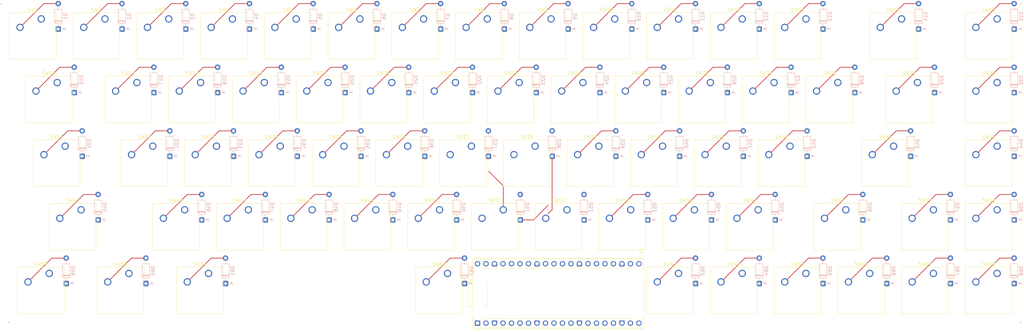
<source format=kicad_pcb>
(kicad_pcb (version 20241229) (generator "pcbnew") (generator_version "9.0")
  (layers (0 "F.Cu" signal) (2 "B.Cu" signal) (13 "F.Paste" user) (15 "B.Paste" user) (5 "F.SilkS" user "F.Silkscreen") (7 "B.SilkS" user "B.Silkscreen") (1 "F.Mask" user) (3 "B.Mask" user) (25 "Edge.Cuts" user))
  (net 0 "")
  (net 1 "C11")
  (net 3 "C14")
  (net 5 "C7")
  (net 6 "C9")
  (net 7 "C12")
  (net 8 "C4")
  (net 9 "r3")
  (net 10 "Net-(A1-GND-Pad13)")
  (net 11 "C8")
  (net 12 "C1")
  (net 14 "C13")
  (net 15 "C15")
  (net 16 "r2")
  (net 17 "C3")
  (net 18 "C6")
  (net 22 "C10")
  (net 23 "r4")
  (net 25 "C2")
  (net 29 "C5")
  (net 31 "r5")
  (net 33 "r1")
  (net 35 "Net-(D1-A)")
  (net 36 "Net-(D2-A)")
  (net 37 "Net-(D3-A)")
  (net 38 "Net-(D4-A)")
  (net 39 "Net-(D5-A)")
  (net 40 "Net-(D6-A)")
  (net 41 "Net-(D7-A)")
  (net 42 "Net-(D8-A)")
  (net 43 "Net-(D9-A)")
  (net 44 "Net-(D10-A)")
  (net 45 "Net-(D11-A)")
  (net 46 "Net-(D12-A)")
  (net 47 "Net-(D13-A)")
  (net 48 "Net-(D14-A)")
  (net 49 "Net-(D15-A)")
  (net 50 "Net-(D16-A)")
  (net 51 "Net-(D17-A)")
  (net 52 "Net-(D18-A)")
  (net 53 "Net-(D19-A)")
  (net 54 "Net-(D20-A)")
  (net 55 "Net-(D21-A)")
  (net 56 "Net-(D22-A)")
  (net 57 "Net-(D23-A)")
  (net 58 "Net-(D24-A)")
  (net 59 "Net-(D25-A)")
  (net 60 "Net-(D26-A)")
  (net 61 "Net-(D27-A)")
  (net 62 "Net-(D28-A)")
  (net 63 "Net-(D29-A)")
  (net 64 "Net-(D30-A)")
  (net 65 "Net-(D31-A)")
  (net 66 "Net-(D32-A)")
  (net 67 "Net-(D33-A)")
  (net 68 "Net-(D34-A)")
  (net 69 "Net-(D35-A)")
  (net 70 "Net-(D36-A)")
  (net 71 "Net-(D37-A)")
  (net 72 "Net-(D38-A)")
  (net 73 "Net-(D39-A)")
  (net 74 "Net-(D40-A)")
  (net 75 "Net-(D41-A)")
  (net 76 "Net-(D42-A)")
  (net 77 "Net-(D43-A)")
  (net 78 "Net-(D44-A)")
  (net 79 "Net-(D45-A)")
  (net 80 "Net-(D46-A)")
  (net 81 "Net-(D47-A)")
  (net 82 "Net-(D48-A)")
  (net 83 "Net-(D49-A)")
  (net 84 "Net-(D50-A)")
  (net 85 "Net-(D51-A)")
  (net 86 "Net-(D52-A)")
  (net 87 "Net-(D53-A)")
  (net 88 "Net-(D54-A)")
  (net 89 "Net-(D55-A)")
  (net 90 "Net-(D56-A)")
  (net 91 "Net-(D57-A)")
  (net 92 "Net-(D58-A)")
  (net 93 "Net-(D59-A)")
  (net 94 "Net-(D60-A)")
  (net 95 "Net-(D61-A)")
  (net 96 "Net-(D62-A)")
  (net 97 "Net-(D63-A)")
  (net 98 "Net-(D64-A)")
  (net 99 "Net-(D65-A)")
  (net 100 "Net-(D66-A)")
  (net 101 "Net-(D67-A)")
  (net 102 "Net-(D68-A)")
  (footprint "Button_Switch_Keyboard:SW_Cherry_MX_1.00u_PCB" (layer "F.Cu") (at 342.92 105.9)
    (property "Reference" "SW58")
    (property "Value" "SW_Push")
  )
  (footprint "Button_Switch_Keyboard:SW_Cherry_MX_1.00u_PCB" (layer "F.Cu") (at 271.4825 105.9)
    (property "Reference" "SW55")
    (property "Value" "SW_Push")
  )
  (footprint "Button_Switch_Keyboard:SW_Cherry_MX_1.00u_PCB" (layer "F.Cu") (at 342.92 86.85)
    (property "Reference" "SW44")
    (property "Value" "SW_Push")
  )
  (footprint "Button_Switch_Keyboard:SW_Cherry_MX_1.00u_PCB" (layer "F.Cu") (at 142.895 67.8)
    (property "Reference" "SW20")
    (property "Value" "SW_Push")
  )
  (footprint "Button_Switch_Keyboard:SW_Cherry_MX_1.00u_PCB" (layer "F.Cu") (at 228.62 48.75)
    (property "Reference" "SW10")
    (property "Value" "SW_Push")
  )
  (footprint "Button_Switch_Keyboard:SW_Cherry_MX_1.00u_PCB" (layer "F.Cu") (at 285.77 124.95)
    (property "Reference" "SW65")
    (property "Value" "SW_Push")
  )
  (footprint "Button_Switch_Keyboard:SW_Cherry_MX_1.00u_PCB" (layer "F.Cu") (at 297.67625 105.9)
    (property "Reference" "SW56")
    (property "Value" "SW_Push")
  )
  (footprint "Button_Switch_Keyboard:SW_Cherry_MX_1.00u_PCB" (layer "F.Cu") (at 323.87 124.95)
    (property "Reference" "SW67")
    (property "Value" "SW_Push")
  )
  (footprint "Button_Switch_Keyboard:SW_Cherry_MX_1.00u_PCB" (layer "F.Cu") (at 147.6575 86.85)
    (property "Reference" "SW35")
    (property "Value" "SW_Push")
  )
  (footprint "Button_Switch_Keyboard:SW_Cherry_MX_1.00u_PCB" (layer "F.Cu") (at 69.07625 105.9)
    (property "Reference" "SW45")
    (property "Value" "SW_Push")
  )
  (footprint "Button_Switch_Keyboard:SW_Cherry_MX_1.00u_PCB" (layer "F.Cu") (at 57.17 48.75)
    (property "Reference" "SW1")
    (property "Value" "SW_Push")
  )
  (footprint "Button_Switch_Keyboard:SW_Cherry_MX_1.00u_PCB" (layer "F.Cu") (at 190.52 48.75)
    (property "Reference" "SW8")
    (property "Value" "SW_Push")
  )
  (footprint "Button_Switch_Keyboard:SW_Cherry_MX_1.00u_PCB" (layer "F.Cu") (at 342.92 124.95)
    (property "Reference" "SW68")
    (property "Value" "SW_Push")
  )
  (footprint "Button_Switch_Keyboard:SW_Cherry_MX_1.00u_PCB" (layer "F.Cu") (at 107.17625 124.95)
    (property "Reference" "SW61")
    (property "Value" "SW_Push")
  )
  (footprint "Button_Switch_Keyboard:SW_Cherry_MX_1.00u_PCB" (layer "F.Cu") (at 180.995 67.8)
    (property "Reference" "SW22")
    (property "Value" "SW_Push")
  )
  (footprint "Button_Switch_Keyboard:SW_Cherry_MX_1.00u_PCB" (layer "F.Cu") (at 85.745 67.8)
    (property "Reference" "SW17")
    (property "Value" "SW_Push")
  )
  (footprint "Button_Switch_Keyboard:SW_Cherry_MX_1.00u_PCB" (layer "F.Cu") (at 95.27 48.75)
    (property "Reference" "SW3")
    (property "Value" "SW_Push")
  )
  (footprint "Button_Switch_Keyboard:SW_Cherry_MX_1.00u_PCB" (layer "F.Cu") (at 157.1825 105.9)
    (property "Reference" "SW49")
    (property "Value" "SW_Push")
  )
  (footprint "Button_Switch_Keyboard:SW_Cherry_MX_1.00u_PCB" (layer "F.Cu") (at 123.845 67.8)
    (property "Reference" "SW19")
    (property "Value" "SW_Push")
  )
  (footprint "Button_Switch_Keyboard:SW_Cherry_MX_1.00u_PCB" (layer "F.Cu") (at 281.0075 86.85)
    (property "Reference" "SW42")
    (property "Value" "SW_Push")
  )
  (footprint "Button_Switch_Keyboard:SW_Cherry_MX_1.00u_PCB" (layer "F.Cu") (at 133.37 48.75)
    (property "Reference" "SW5")
    (property "Value" "SW_Push")
  )
  (footprint "Button_Switch_Keyboard:SW_Cherry_MX_1.00u_PCB" (layer "F.Cu") (at 242.9075 86.85)
    (property "Reference" "SW40")
    (property "Value" "SW_Push")
  )
  (footprint "Button_Switch_Keyboard:SW_Cherry_MX_1.00u_PCB" (layer "F.Cu") (at 64.31375 86.85)
    (property "Reference" "SW31")
    (property "Value" "SW_Push")
  )
  (footprint "Button_Switch_Keyboard:SW_Cherry_MX_1.00u_PCB" (layer "F.Cu") (at 314.345 48.75)
    (property "Reference" "SW14")
    (property "Value" "SW_Push")
  )
  (footprint "Button_Switch_Keyboard:SW_Cherry_MX_1.00u_PCB" (layer "F.Cu") (at 166.7075 86.85)
    (property "Reference" "SW36")
    (property "Value" "SW_Push")
  )
  (footprint "Button_Switch_Keyboard:SW_Cherry_MX_1.00u_PCB" (layer "F.Cu") (at 295.295 67.8)
    (property "Reference" "SW28")
    (property "Value" "SW_Push")
  )
  (footprint "Button_Switch_Keyboard:SW_Cherry_MX_1.00u_PCB" (layer "F.Cu") (at 171.47 48.75)
    (property "Reference" "SW7")
    (property "Value" "SW_Push")
  )
  (footprint "Button_Switch_Keyboard:SW_Cherry_MX_1.00u_PCB" (layer "F.Cu") (at 261.9575 86.85)
    (property "Reference" "SW41")
    (property "Value" "SW_Push")
  )
  (footprint "Button_Switch_Keyboard:SW_Cherry_MX_1.00u_PCB" (layer "F.Cu") (at 342.92 48.75)
    (property "Reference" "SW15")
    (property "Value" "SW_Push")
  )
  (footprint "Button_Switch_Keyboard:SW_Cherry_MX_1.00u_PCB" (layer "F.Cu") (at 83.36375 124.95)
    (property "Reference" "SW60")
    (property "Value" "SW_Push")
  )
  (footprint "Button_Switch_Keyboard:SW_Cherry_MX_1.00u_PCB" (layer "F.Cu") (at 257.195 67.8)
    (property "Reference" "SW26")
    (property "Value" "SW_Push")
  )
  (footprint "Button_Switch_Keyboard:SW_Cherry_MX_1.00u_PCB" (layer "F.Cu") (at 114.32 48.75)
    (property "Reference" "SW4")
    (property "Value" "SW_Push")
  )
  (footprint "Button_Switch_Keyboard:SW_Cherry_MX_1.00u_PCB" (layer "F.Cu") (at 61.9325 67.8)
    (property "Reference" "SW16")
    (property "Value" "SW_Push")
  )
  (footprint "Button_Switch_Keyboard:SW_Cherry_MX_1.00u_PCB" (layer "F.Cu") (at 200.045 67.8)
    (property "Reference" "SW23")
    (property "Value" "SW_Push")
  )
  (footprint "Button_Switch_Keyboard:SW_Cherry_MX_1.00u_PCB" (layer "F.Cu") (at 311.96375 86.85)
    (property "Reference" "SW43")
    (property "Value" "SW_Push")
  )
  (footprint "Button_Switch_Keyboard:SW_Cherry_MX_1.00u_PCB" (layer "F.Cu") (at 223.8575 86.85)
    (property "Reference" "SW39")
    (property "Value" "SW_Push")
  )
  (footprint "Button_Switch_Keyboard:SW_Cherry_MX_1.00u_PCB" (layer "F.Cu") (at 266.72 48.75)
    (property "Reference" "SW12")
    (property "Value" "SW_Push")
  )
  (footprint "Button_Switch_Keyboard:SW_Cherry_MX_1.00u_PCB" (layer "F.Cu") (at 266.72 124.95)
    (property "Reference" "SW64")
    (property "Value" "SW_Push")
  )
  (footprint "Button_Switch_Keyboard:SW_Cherry_MX_1.00u_PCB" (layer "F.Cu") (at 128.6075 86.85)
    (property "Reference" "SW34")
    (property "Value" "SW_Push")
  )
  (footprint "Button_Switch_Keyboard:SW_Cherry_MX_1.00u_PCB" (layer "F.Cu") (at 304.82 124.95)
    (property "Reference" "SW66")
    (property "Value" "SW_Push")
  )
  (footprint "Button_Switch_Keyboard:SW_Cherry_MX_1.00u_PCB" (layer "F.Cu") (at 59.55125 124.95)
    (property "Reference" "SW59")
    (property "Value" "SW_Push")
  )
  (footprint "Button_Switch_Keyboard:SW_Cherry_MX_1.00u_PCB" (layer "F.Cu") (at 319.1075 67.8)
    (property "Reference" "SW29")
    (property "Value" "SW_Push")
  )
  (footprint "Button_Switch_Keyboard:SW_Cherry_MX_1.00u_PCB" (layer "F.Cu") (at 219.095 67.8)
    (property "Reference" "SW24")
    (property "Value" "SW_Push")
  )
  (footprint "Button_Switch_Keyboard:SW_Cherry_MX_1.00u_PCB" (layer "F.Cu") (at 342.92 67.8)
    (property "Reference" "SW30")
    (property "Value" "SW_Push")
  )
  (footprint "Module:RaspberryPi_Pico_Common_THT" (layer "F.Cu") (at 187.58 139.83 90)
    (property "Reference" "A1")
    (property "Value" "RaspberryPi_Pico")
  )
  (footprint "Button_Switch_Keyboard:SW_Cherry_MX_1.00u_PCB" (layer "F.Cu") (at 204.8075 86.85)
    (property "Reference" "SW38")
    (property "Value" "SW_Push")
  )
  (footprint "Button_Switch_Keyboard:SW_Cherry_MX_1.00u_PCB" (layer "F.Cu") (at 323.87 105.9)
    (property "Reference" "SW57")
    (property "Value" "SW_Push")
  )
  (footprint "Button_Switch_Keyboard:SW_Cherry_MX_1.00u_PCB" (layer "F.Cu") (at 90.5075 86.85)
    (property "Reference" "SW32")
    (property "Value" "SW_Push")
  )
  (footprint "Button_Switch_Keyboard:SW_Cherry_MX_1.00u_PCB" (layer "F.Cu") (at 209.57 48.75)
    (property "Reference" "SW9")
    (property "Value" "SW_Push")
  )
  (footprint "Button_Switch_Keyboard:SW_Cherry_MX_1.00u_PCB" (layer "F.Cu") (at 76.22 48.75)
    (property "Reference" "SW2")
    (property "Value" "SW_Push")
  )
  (footprint "Button_Switch_Keyboard:SW_Cherry_MX_1.00u_PCB" (layer "F.Cu") (at 185.7575 86.85)
    (property "Reference" "SW37")
    (property "Value" "SW_Push")
  )
  (footprint "Button_Switch_Keyboard:SW_Cherry_MX_1.00u_PCB" (layer "F.Cu") (at 100.0325 105.9)
    (property "Reference" "SW46")
    (property "Value" "SW_Push")
  )
  (footprint "Button_Switch_Keyboard:SW_Cherry_MX_1.00u_PCB" (layer "F.Cu") (at 119.0825 105.9)
    (property "Reference" "SW47")
    (property "Value" "SW_Push")
  )
  (footprint "Button_Switch_Keyboard:SW_Cherry_MX_1.00u_PCB" (layer "F.Cu") (at 238.145 67.8)
    (property "Reference" "SW25")
    (property "Value" "SW_Push")
  )
  (footprint "Button_Switch_Keyboard:SW_Cherry_MX_1.00u_PCB" (layer "F.Cu") (at 152.42 48.75)
    (property "Reference" "SW6")
    (property "Value" "SW_Push")
  )
  (footprint "Button_Switch_Keyboard:SW_Cherry_MX_1.00u_PCB" (layer "F.Cu") (at 247.67 124.95)
    (property "Reference" "SW63")
    (property "Value" "SW_Push")
  )
  (footprint "Button_Switch_Keyboard:SW_Cherry_MX_1.00u_PCB" (layer "F.Cu") (at 138.1325 105.9)
    (property "Reference" "SW48")
    (property "Value" "SW_Push")
  )
  (footprint "Button_Switch_Keyboard:SW_Cherry_MX_1.00u_PCB" (layer "F.Cu") (at 195.2825 105.9)
    (property "Reference" "SW51")
    (property "Value" "SW_Push")
  )
  (footprint "Button_Switch_Keyboard:SW_Cherry_MX_1.00u_PCB" (layer "F.Cu") (at 233.3825 105.9)
    (property "Reference" "SW53")
    (property "Value" "SW_Push")
  )
  (footprint "Button_Switch_Keyboard:SW_Cherry_MX_1.00u_PCB" (layer "F.Cu") (at 276.245 67.8)
    (property "Reference" "SW27")
    (property "Value" "SW_Push")
  )
  (footprint "Button_Switch_Keyboard:SW_Cherry_MX_1.00u_PCB" (layer "F.Cu") (at 178.61375 124.95)
    (property "Reference" "SW62")
    (property "Value" "SW_Push")
  )
  (footprint "Button_Switch_Keyboard:SW_Cherry_MX_1.00u_PCB" (layer "F.Cu") (at 176.2325 105.9)
    (property "Reference" "SW50")
    (property "Value" "SW_Push")
  )
  (footprint "Button_Switch_Keyboard:SW_Cherry_MX_1.00u_PCB" (layer "F.Cu") (at 214.3325 105.9)
    (property "Reference" "SW52")
    (property "Value" "SW_Push")
  )
  (footprint "Button_Switch_Keyboard:SW_Cherry_MX_1.00u_PCB" (layer "F.Cu") (at 161.945 67.8)
    (property "Reference" "SW21")
    (property "Value" "SW_Push")
  )
  (footprint "Button_Switch_Keyboard:SW_Cherry_MX_1.00u_PCB" (layer "F.Cu") (at 285.77 48.75)
    (property "Reference" "SW13")
    (property "Value" "SW_Push")
  )
  (footprint "Button_Switch_Keyboard:SW_Cherry_MX_1.00u_PCB" (layer "F.Cu") (at 247.67 48.75)
    (property "Reference" "SW11")
    (property "Value" "SW_Push")
  )
  (footprint "Button_Switch_Keyboard:SW_Cherry_MX_1.00u_PCB" (layer "F.Cu") (at 252.4325 105.9)
    (property "Reference" "SW54")
    (property "Value" "SW_Push")
  )
  (footprint "Button_Switch_Keyboard:SW_Cherry_MX_1.00u_PCB" (layer "F.Cu") (at 109.5575 86.85)
    (property "Reference" "SW33")
    (property "Value" "SW_Push")
  )
  (footprint "Button_Switch_Keyboard:SW_Cherry_MX_1.00u_PCB" (layer "F.Cu") (at 104.795 67.8)
    (property "Reference" "SW18")
    (property "Value" "SW_Push")
  )
  (footprint "Diode_THT:D_DO-35_SOD27_P7.62mm_Horizontal" (layer "B.Cu") (at 109.875 70.83 90)
    (property "Reference" "D18")
    (property "Value" "1N4148")
  )
  (footprint "Diode_THT:D_DO-35_SOD27_P7.62mm_Horizontal" (layer "B.Cu") (at 348 108.93 90)
    (property "Reference" "D58")
    (property "Value" "1N4148")
  )
  (footprint "Diode_THT:D_DO-35_SOD27_P7.62mm_Horizontal" (layer "B.Cu") (at 233.7 51.78 90)
    (property "Reference" "D10")
    (property "Value" "1N4148")
  )
  (footprint "Diode_THT:D_DO-35_SOD27_P7.62mm_Horizontal" (layer "B.Cu") (at 348 127.98 90)
    (property "Reference" "D68")
    (property "Value" "1N4148")
  )
  (footprint "Diode_THT:D_DO-35_SOD27_P7.62mm_Horizontal" (layer "B.Cu") (at 88.44375 127.98 90)
    (property "Reference" "D60")
    (property "Value" "1N4148")
  )
  (footprint "Diode_THT:D_DO-35_SOD27_P7.62mm_Horizontal" (layer "B.Cu") (at 171.7875 89.88 90)
    (property "Reference" "D36")
    (property "Value" "1N4148")
  )
  (footprint "Diode_THT:D_DO-35_SOD27_P7.62mm_Horizontal" (layer "B.Cu") (at 290.85 127.98 90)
    (property "Reference" "D65")
    (property "Value" "1N4148")
  )
  (footprint "Diode_THT:D_DO-35_SOD27_P7.62mm_Horizontal" (layer "B.Cu") (at 67.0125 70.83 90)
    (property "Reference" "D16")
    (property "Value" "1N4148")
  )
  (footprint "Diode_THT:D_DO-35_SOD27_P7.62mm_Horizontal" (layer "B.Cu") (at 228.9375 89.88 90)
    (property "Reference" "D39")
    (property "Value" "1N4148")
  )
  (footprint "Diode_THT:D_DO-35_SOD27_P7.62mm_Horizontal" (layer "B.Cu") (at 186.075 70.83 90)
    (property "Reference" "D22")
    (property "Value" "1N4148")
  )
  (footprint "Diode_THT:D_DO-35_SOD27_P7.62mm_Horizontal" (layer "B.Cu") (at 257.5125 108.93 90)
    (property "Reference" "D54")
    (property "Value" "1N4148")
  )
  (footprint "Diode_THT:D_DO-35_SOD27_P7.62mm_Horizontal" (layer "B.Cu") (at 64.63125 127.98 90)
    (property "Reference" "D59")
    (property "Value" "1N4148")
  )
  (footprint "Diode_THT:D_DO-35_SOD27_P7.62mm_Horizontal" (layer "B.Cu") (at 62.25 51.78 90)
    (property "Reference" "D1")
    (property "Value" "1N4148")
  )
  (footprint "Diode_THT:D_DO-35_SOD27_P7.62mm_Horizontal" (layer "B.Cu") (at 319.425 51.78 90)
    (property "Reference" "D14")
    (property "Value" "1N4148")
  )
  (footprint "Diode_THT:D_DO-35_SOD27_P7.62mm_Horizontal" (layer "B.Cu") (at 119.4 51.78 90)
    (property "Reference" "D4")
    (property "Value" "1N4148")
  )
  (footprint "Diode_THT:D_DO-35_SOD27_P7.62mm_Horizontal" (layer "B.Cu") (at 69.39375 89.88 90)
    (property "Reference" "D31")
    (property "Value" "1N4148")
  )
  (footprint "Diode_THT:D_DO-35_SOD27_P7.62mm_Horizontal" (layer "B.Cu") (at 348 70.83 90)
    (property "Reference" "D30")
    (property "Value" "1N4148")
  )
  (footprint "Diode_THT:D_DO-35_SOD27_P7.62mm_Horizontal" (layer "B.Cu") (at 128.925 70.83 90)
    (property "Reference" "D19")
    (property "Value" "1N4148")
  )
  (footprint "Diode_THT:D_DO-35_SOD27_P7.62mm_Horizontal" (layer "B.Cu") (at 214.65 51.78 90)
    (property "Reference" "D9")
    (property "Value" "1N4148")
  )
  (footprint "Diode_THT:D_DO-35_SOD27_P7.62mm_Horizontal" (layer "B.Cu") (at 114.6375 89.88 90)
    (property "Reference" "D33")
    (property "Value" "1N4148")
  )
  (footprint "Diode_THT:D_DO-35_SOD27_P7.62mm_Horizontal" (layer "B.Cu") (at 81.3 51.78 90)
    (property "Reference" "D2")
    (property "Value" "1N4148")
  )
  (footprint "Diode_THT:D_DO-35_SOD27_P7.62mm_Horizontal" (layer "B.Cu") (at 95.5875 89.88 90)
    (property "Reference" "D32")
    (property "Value" "1N4148")
  )
  (footprint "Diode_THT:D_DO-35_SOD27_P7.62mm_Horizontal" (layer "B.Cu") (at 124.1625 108.93 90)
    (property "Reference" "D47")
    (property "Value" "1N4148")
  )
  (footprint "Diode_THT:D_DO-35_SOD27_P7.62mm_Horizontal" (layer "B.Cu") (at 290.85 51.78 90)
    (property "Reference" "D13")
    (property "Value" "1N4148")
  )
  (footprint "Diode_THT:D_DO-35_SOD27_P7.62mm_Horizontal" (layer "B.Cu") (at 90.825 70.83 90)
    (property "Reference" "D17")
    (property "Value" "1N4148")
  )
  (footprint "Diode_THT:D_DO-35_SOD27_P7.62mm_Horizontal" (layer "B.Cu") (at 252.75 51.78 90)
    (property "Reference" "D11")
    (property "Value" "1N4148")
  )
  (footprint "Diode_THT:D_DO-35_SOD27_P7.62mm_Horizontal" (layer "B.Cu") (at 309.9 127.98 90)
    (property "Reference" "D66")
    (property "Value" "1N4148")
  )
  (footprint "Diode_THT:D_DO-35_SOD27_P7.62mm_Horizontal" (layer "B.Cu") (at 183.69375 127.98 90)
    (property "Reference" "D62")
    (property "Value" "1N4148")
  )
  (footprint "Diode_THT:D_DO-35_SOD27_P7.62mm_Horizontal" (layer "B.Cu") (at 262.275 70.83 90)
    (property "Reference" "D26")
    (property "Value" "1N4148")
  )
  (footprint "Diode_THT:D_DO-35_SOD27_P7.62mm_Horizontal" (layer "B.Cu") (at 195.6 51.78 90)
    (property "Reference" "D8")
    (property "Value" "1N4148")
  )
  (footprint "Diode_THT:D_DO-35_SOD27_P7.62mm_Horizontal" (layer "B.Cu") (at 181.3125 108.93 90)
    (property "Reference" "D50")
    (property "Value" "1N4148")
  )
  (footprint "Diode_THT:D_DO-35_SOD27_P7.62mm_Horizontal" (layer "B.Cu") (at 348 89.88 90)
    (property "Reference" "D44")
    (property "Value" "1N4148")
  )
  (footprint "Diode_THT:D_DO-35_SOD27_P7.62mm_Horizontal" (layer "B.Cu") (at 300.375 70.83 90)
    (property "Reference" "D28")
    (property "Value" "1N4148")
  )
  (footprint "Diode_THT:D_DO-35_SOD27_P7.62mm_Horizontal" (layer "B.Cu") (at 267.0375 89.88 90)
    (property "Reference" "D41")
    (property "Value" "1N4148")
  )
  (footprint "Diode_THT:D_DO-35_SOD27_P7.62mm_Horizontal" (layer "B.Cu") (at 317.04375 89.88 90)
    (property "Reference" "D43")
    (property "Value" "1N4148")
  )
  (footprint "Diode_THT:D_DO-35_SOD27_P7.62mm_Horizontal" (layer "B.Cu") (at 133.6875 89.88 90)
    (property "Reference" "D34")
    (property "Value" "1N4148")
  )
  (footprint "Diode_THT:D_DO-35_SOD27_P7.62mm_Horizontal" (layer "B.Cu") (at 205.125 70.83 90)
    (property "Reference" "D23")
    (property "Value" "1N4148")
  )
  (footprint "Diode_THT:D_DO-35_SOD27_P7.62mm_Horizontal" (layer "B.Cu") (at 190.8375 89.88 90)
    (property "Reference" "D37")
    (property "Value" "1N4148")
  )
  (footprint "Diode_THT:D_DO-35_SOD27_P7.62mm_Horizontal" (layer "B.Cu") (at 271.8 127.98 90)
    (property "Reference" "D64")
    (property "Value" "1N4148")
  )
  (footprint "Diode_THT:D_DO-35_SOD27_P7.62mm_Horizontal" (layer "B.Cu") (at 176.55 51.78 90)
    (property "Reference" "D7")
    (property "Value" "1N4148")
  )
  (footprint "Diode_THT:D_DO-35_SOD27_P7.62mm_Horizontal" (layer "B.Cu") (at 252.75 127.98 90)
    (property "Reference" "D63")
    (property "Value" "1N4148")
  )
  (footprint "Diode_THT:D_DO-35_SOD27_P7.62mm_Horizontal" (layer "B.Cu") (at 324.1875 70.83 90)
    (property "Reference" "D29")
    (property "Value" "1N4148")
  )
  (footprint "Diode_THT:D_DO-35_SOD27_P7.62mm_Horizontal" (layer "B.Cu") (at 112.25625 127.98 90)
    (property "Reference" "D61")
    (property "Value" "1N4148")
  )
  (footprint "Diode_THT:D_DO-35_SOD27_P7.62mm_Horizontal" (layer "B.Cu") (at 74.15625 108.93 90)
    (property "Reference" "D45")
    (property "Value" "1N4148")
  )
  (footprint "Diode_THT:D_DO-35_SOD27_P7.62mm_Horizontal" (layer "B.Cu") (at 238.4625 108.93 90)
    (property "Reference" "D53")
    (property "Value" "1N4148")
  )
  (footprint "Diode_THT:D_DO-35_SOD27_P7.62mm_Horizontal" (layer "B.Cu") (at 247.9875 89.88 90)
    (property "Reference" "D40")
    (property "Value" "1N4148")
  )
  (footprint "Diode_THT:D_DO-35_SOD27_P7.62mm_Horizontal" (layer "B.Cu") (at 200.3625 108.93 90)
    (property "Reference" "D51")
    (property "Value" "1N4148")
  )
  (footprint "Diode_THT:D_DO-35_SOD27_P7.62mm_Horizontal" (layer "B.Cu") (at 302.75625 108.93 90)
    (property "Reference" "D56")
    (property "Value" "1N4148")
  )
  (footprint "Diode_THT:D_DO-35_SOD27_P7.62mm_Horizontal" (layer "B.Cu") (at 100.35 51.78 90)
    (property "Reference" "D3")
    (property "Value" "1N4148")
  )
  (footprint "Diode_THT:D_DO-35_SOD27_P7.62mm_Horizontal" (layer "B.Cu") (at 348 51.78 90)
    (property "Reference" "D15")
    (property "Value" "1N4148")
  )
  (footprint "Diode_THT:D_DO-35_SOD27_P7.62mm_Horizontal" (layer "B.Cu") (at 105.1125 108.93 90)
    (property "Reference" "D46")
    (property "Value" "1N4148")
  )
  (footprint "Diode_THT:D_DO-35_SOD27_P7.62mm_Horizontal" (layer "B.Cu") (at 328.95 108.93 90)
    (property "Reference" "D57")
    (property "Value" "1N4148")
  )
  (footprint "Diode_THT:D_DO-35_SOD27_P7.62mm_Horizontal" (layer "B.Cu") (at 167.025 70.83 90)
    (property "Reference" "D21")
    (property "Value" "1N4148")
  )
  (footprint "Diode_THT:D_DO-35_SOD27_P7.62mm_Horizontal" (layer "B.Cu") (at 147.975 70.83 90)
    (property "Reference" "D20")
    (property "Value" "1N4148")
  )
  (footprint "Diode_THT:D_DO-35_SOD27_P7.62mm_Horizontal" (layer "B.Cu") (at 157.5 51.78 90)
    (property "Reference" "D6")
    (property "Value" "1N4148")
  )
  (footprint "Diode_THT:D_DO-35_SOD27_P7.62mm_Horizontal" (layer "B.Cu") (at 276.5625 108.93 90)
    (property "Reference" "D55")
    (property "Value" "1N4148")
  )
  (footprint "Diode_THT:D_DO-35_SOD27_P7.62mm_Horizontal" (layer "B.Cu") (at 152.7375 89.88 90)
    (property "Reference" "D35")
    (property "Value" "1N4148")
  )
  (footprint "Diode_THT:D_DO-35_SOD27_P7.62mm_Horizontal" (layer "B.Cu") (at 143.2125 108.93 90)
    (property "Reference" "D48")
    (property "Value" "1N4148")
  )
  (footprint "Diode_THT:D_DO-35_SOD27_P7.62mm_Horizontal" (layer "B.Cu") (at 281.325 70.83 90)
    (property "Reference" "D27")
    (property "Value" "1N4148")
  )
  (footprint "Diode_THT:D_DO-35_SOD27_P7.62mm_Horizontal" (layer "B.Cu") (at 224.175 70.83 90)
    (property "Reference" "D24")
    (property "Value" "1N4148")
  )
  (footprint "Diode_THT:D_DO-35_SOD27_P7.62mm_Horizontal" (layer "B.Cu") (at 243.225 70.83 90)
    (property "Reference" "D25")
    (property "Value" "1N4148")
  )
  (footprint "Diode_THT:D_DO-35_SOD27_P7.62mm_Horizontal" (layer "B.Cu") (at 219.4125 108.93 90)
    (property "Reference" "D52")
    (property "Value" "1N4148")
  )
  (footprint "Diode_THT:D_DO-35_SOD27_P7.62mm_Horizontal" (layer "B.Cu") (at 286.0875 89.88 90)
    (property "Reference" "D42")
    (property "Value" "1N4148")
  )
  (footprint "Diode_THT:D_DO-35_SOD27_P7.62mm_Horizontal" (layer "B.Cu") (at 328.95 127.98 90)
    (property "Reference" "D67")
    (property "Value" "1N4148")
  )
  (footprint "Diode_THT:D_DO-35_SOD27_P7.62mm_Horizontal" (layer "B.Cu") (at 271.8 51.78 90)
    (property "Reference" "D12")
    (property "Value" "1N4148")
  )
  (footprint "Diode_THT:D_DO-35_SOD27_P7.62mm_Horizontal" (layer "B.Cu") (at 138.45 51.78 90)
    (property "Reference" "D5")
    (property "Value" "1N4148")
  )
  (footprint "Diode_THT:D_DO-35_SOD27_P7.62mm_Horizontal" (layer "B.Cu") (at 209.8875 89.88 90)
    (property "Reference" "D38")
    (property "Value" "1N4148")
  )
  (footprint "Diode_THT:D_DO-35_SOD27_P7.62mm_Horizontal" (layer "B.Cu") (at 162.2625 108.93 90)
    (property "Reference" "D49")
    (property "Value" "1N4148")
  )
  (gr_line (start 349.936066 44.23) (end 349.98 44.273934) (stroke (width 0.4)) (layer "Edge.Cuts"))
  (gr_line (start 45.03 44.273934) (end 45.073934 44.23) (stroke (width 0.4)) (layer "Edge.Cuts"))
  (gr_line (start 47.455184 139.63) (end 47.41125 139.586066) (stroke (width 0.4)) (layer "Edge.Cuts"))
  (gr_line (start 349.98 139.586066) (end 349.936066 139.63) (stroke (width 0.4)) (layer "Edge.Cuts"))
  (segment (start 195.2825 98.7375) (end 195.2825 105.9) (width 0.2) (layer "F.Cu") (net 5))
  (segment (start 190.91 94.365) (end 195.2825 98.7375) (width 0.2) (layer "F.Cu") (net 5))
  (segment (start 209.8875 89.88) (end 209.8875 105.8675) (width 0.2) (layer "F.Cu") (net 9))
  (segment (start 209.8875 105.8675) (end 208.69 107.065) (width 0.2) (layer "F.Cu") (net 9))
  (segment (start 204.285 108.93) (end 208.69 104.525) (width 0.2) (layer "F.Cu") (net 23))
  (segment (start 200.3625 108.93) (end 204.285 108.93) (width 0.2) (layer "F.Cu") (net 23))
  (segment (start 50.82 51.29) (end 57.95 44.16) (width 0.2) (layer "F.Cu") (net 35))
  (segment (start 57.95 44.16) (end 62.25 44.16) (width 0.2) (layer "F.Cu") (net 35))
  (segment (start 69.87 51.29) (end 77 44.16) (width 0.2) (layer "F.Cu") (net 36))
  (segment (start 77 44.16) (end 81.3 44.16) (width 0.2) (layer "F.Cu") (net 36))
  (segment (start 88.92 51.29) (end 96.05 44.16) (width 0.2) (layer "F.Cu") (net 37))
  (segment (start 96.05 44.16) (end 100.35 44.16) (width 0.2) (layer "F.Cu") (net 37))
  (segment (start 115.1 44.16) (end 119.4 44.16) (width 0.2) (layer "F.Cu") (net 38))
  (segment (start 107.97 51.29) (end 115.1 44.16) (width 0.2) (layer "F.Cu") (net 38))
  (segment (start 127.02 51.29) (end 134.15 44.16) (width 0.2) (layer "F.Cu") (net 39))
  (segment (start 134.15 44.16) (end 138.45 44.16) (width 0.2) (layer "F.Cu") (net 39))
  (segment (start 153.2 44.16) (end 157.5 44.16) (width 0.2) (layer "F.Cu") (net 40))
  (segment (start 146.07 51.29) (end 153.2 44.16) (width 0.2) (layer "F.Cu") (net 40))
  (segment (start 165.12 51.29) (end 172.25 44.16) (width 0.2) (layer "F.Cu") (net 41))
  (segment (start 172.25 44.16) (end 176.55 44.16) (width 0.2) (layer "F.Cu") (net 41))
  (segment (start 184.17 51.29) (end 191.3 44.16) (width 0.2) (layer "F.Cu") (net 42))
  (segment (start 191.3 44.16) (end 195.6 44.16) (width 0.2) (layer "F.Cu") (net 42))
  (segment (start 203.22 51.29) (end 210.35 44.16) (width 0.2) (layer "F.Cu") (net 43))
  (segment (start 210.35 44.16) (end 214.65 44.16) (width 0.2) (layer "F.Cu") (net 43))
  (segment (start 222.27 51.29) (end 229.4 44.16) (width 0.2) (layer "F.Cu") (net 44))
  (segment (start 229.4 44.16) (end 233.7 44.16) (width 0.2) (layer "F.Cu") (net 44))
  (segment (start 248.45 44.16) (end 252.75 44.16) (width 0.2) (layer "F.Cu") (net 45))
  (segment (start 241.32 51.29) (end 248.45 44.16) (width 0.2) (layer "F.Cu") (net 45))
  (segment (start 267.5 44.16) (end 271.8 44.16) (width 0.2) (layer "F.Cu") (net 46))
  (segment (start 260.37 51.29) (end 267.5 44.16) (width 0.2) (layer "F.Cu") (net 46))
  (segment (start 279.42 51.29) (end 286.55 44.16) (width 0.2) (layer "F.Cu") (net 47))
  (segment (start 286.55 44.16) (end 290.85 44.16) (width 0.2) (layer "F.Cu") (net 47))
  (segment (start 315.125 44.16) (end 319.425 44.16) (width 0.2) (layer "F.Cu") (net 48))
  (segment (start 307.995 51.29) (end 315.125 44.16) (width 0.2) (layer "F.Cu") (net 48))
  (segment (start 336.57 51.29) (end 343.7 44.16) (width 0.2) (layer "F.Cu") (net 49))
  (segment (start 343.7 44.16) (end 348 44.16) (width 0.2) (layer "F.Cu") (net 49))
  (segment (start 62.7125 63.21) (end 67.0125 63.21) (width 0.2) (layer "F.Cu") (net 50))
  (segment (start 55.5825 70.34) (end 62.7125 63.21) (width 0.2) (layer "F.Cu") (net 50))
  (segment (start 86.525 63.21) (end 90.825 63.21) (width 0.2) (layer "F.Cu") (net 51))
  (segment (start 79.395 70.34) (end 86.525 63.21) (width 0.2) (layer "F.Cu") (net 51))
  (segment (start 105.575 63.21) (end 109.875 63.21) (width 0.2) (layer "F.Cu") (net 52))
  (segment (start 98.445 70.34) (end 105.575 63.21) (width 0.2) (layer "F.Cu") (net 52))
  (segment (start 117.495 70.34) (end 124.625 63.21) (width 0.2) (layer "F.Cu") (net 53))
  (segment (start 124.625 63.21) (end 128.925 63.21) (width 0.2) (layer "F.Cu") (net 53))
  (segment (start 136.545 70.34) (end 143.675 63.21) (width 0.2) (layer "F.Cu") (net 54))
  (segment (start 143.675 63.21) (end 147.975 63.21) (width 0.2) (layer "F.Cu") (net 54))
  (segment (start 162.725 63.21) (end 167.025 63.21) (width 0.2) (layer "F.Cu") (net 55))
  (segment (start 155.595 70.34) (end 162.725 63.21) (width 0.2) (layer "F.Cu") (net 55))
  (segment (start 181.775 63.21) (end 186.075 63.21) (width 0.2) (layer "F.Cu") (net 56))
  (segment (start 174.645 70.34) (end 181.775 63.21) (width 0.2) (layer "F.Cu") (net 56))
  (segment (start 200.825 63.21) (end 205.125 63.21) (width 0.2) (layer "F.Cu") (net 57))
  (segment (start 193.695 70.34) (end 200.825 63.21) (width 0.2) (layer "F.Cu") (net 57))
  (segment (start 212.745 70.34) (end 219.875 63.21) (width 0.2) (layer "F.Cu") (net 58))
  (segment (start 219.875 63.21) (end 224.175 63.21) (width 0.2) (layer "F.Cu") (net 58))
  (segment (start 231.795 70.34) (end 238.925 63.21) (width 0.2) (layer "F.Cu") (net 59))
  (segment (start 238.925 63.21) (end 243.225 63.21) (width 0.2) (layer "F.Cu") (net 59))
  (segment (start 250.845 70.34) (end 257.975 63.21) (width 0.2) (layer "F.Cu") (net 60))
  (segment (start 257.975 63.21) (end 262.275 63.21) (width 0.2) (layer "F.Cu") (net 60))
  (segment (start 277.025 63.21) (end 281.325 63.21) (width 0.2) (layer "F.Cu") (net 61))
  (segment (start 269.895 70.34) (end 277.025 63.21) (width 0.2) (layer "F.Cu") (net 61))
  (segment (start 288.945 70.34) (end 296.075 63.21) (width 0.2) (layer "F.Cu") (net 62))
  (segment (start 296.075 63.21) (end 300.375 63.21) (width 0.2) (layer "F.Cu") (net 62))
  (segment (start 312.7575 70.34) (end 319.8875 63.21) (width 0.2) (layer "F.Cu") (net 63))
  (segment (start 319.8875 63.21) (end 324.1875 63.21) (width 0.2) (layer "F.Cu") (net 63))
  (segment (start 336.57 70.34) (end 343.7 63.21) (width 0.2) (layer "F.Cu") (net 64))
  (segment (start 343.7 63.21) (end 348 63.21) (width 0.2) (layer "F.Cu") (net 64))
  (segment (start 57.96375 89.39) (end 65.09375 82.26) (width 0.2) (layer "F.Cu") (net 65))
  (segment (start 65.09375 82.26) (end 69.39375 82.26) (width 0.2) (layer "F.Cu") (net 65))
  (segment (start 84.1575 89.39) (end 91.2875 82.26) (width 0.2) (layer "F.Cu") (net 66))
  (segment (start 91.2875 82.26) (end 95.5875 82.26) (width 0.2) (layer "F.Cu") (net 66))
  (segment (start 103.2075 89.39) (end 110.3375 82.26) (width 0.2) (layer "F.Cu") (net 67))
  (segment (start 110.3375 82.26) (end 114.6375 82.26) (width 0.2) (layer "F.Cu") (net 67))
  (segment (start 122.2575 89.39) (end 129.3875 82.26) (width 0.2) (layer "F.Cu") (net 68))
  (segment (start 129.3875 82.26) (end 133.6875 82.26) (width 0.2) (layer "F.Cu") (net 68))
  (segment (start 141.3075 89.39) (end 148.4375 82.26) (width 0.2) (layer "F.Cu") (net 69))
  (segment (start 148.4375 82.26) (end 152.7375 82.26) (width 0.2) (layer "F.Cu") (net 69))
  (segment (start 167.4875 82.26) (end 171.7875 82.26) (width 0.2) (layer "F.Cu") (net 70))
  (segment (start 160.3575 89.39) (end 167.4875 82.26) (width 0.2) (layer "F.Cu") (net 70))
  (segment (start 224.6375 82.26) (end 228.9375 82.26) (width 0.2) (layer "F.Cu") (net 73))
  (segment (start 217.5075 89.39) (end 224.6375 82.26) (width 0.2) (layer "F.Cu") (net 73))
  (segment (start 236.5575 89.39) (end 243.6875 82.26) (width 0.2) (layer "F.Cu") (net 74))
  (segment (start 243.6875 82.26) (end 247.9875 82.26) (width 0.2) (layer "F.Cu") (net 74))
  (segment (start 255.6075 89.39) (end 262.7375 82.26) (width 0.2) (layer "F.Cu") (net 75))
  (segment (start 262.7375 82.26) (end 267.0375 82.26) (width 0.2) (layer "F.Cu") (net 75))
  (segment (start 274.6575 89.39) (end 281.7875 82.26) (width 0.2) (layer "F.Cu") (net 76))
  (segment (start 281.7875 82.26) (end 286.0875 82.26) (width 0.2) (layer "F.Cu") (net 76))
  (segment (start 305.61375 89.39) (end 312.74375 82.26) (width 0.2) (layer "F.Cu") (net 77))
  (segment (start 312.74375 82.26) (end 317.04375 82.26) (width 0.2) (layer "F.Cu") (net 77))
  (segment (start 336.57 89.39) (end 343.7 82.26) (width 0.2) (layer "F.Cu") (net 78))
  (segment (start 343.7 82.26) (end 348 82.26) (width 0.2) (layer "F.Cu") (net 78))
  (segment (start 62.72625 108.44) (end 69.85625 101.31) (width 0.2) (layer "F.Cu") (net 79))
  (segment (start 69.85625 101.31) (end 74.15625 101.31) (width 0.2) (layer "F.Cu") (net 79))
  (segment (start 93.6825 108.44) (end 100.8125 101.31) (width 0.2) (layer "F.Cu") (net 80))
  (segment (start 100.8125 101.31) (end 105.1125 101.31) (width 0.2) (layer "F.Cu") (net 80))
  (segment (start 112.7325 108.44) (end 119.8625 101.31) (width 0.2) (layer "F.Cu") (net 81))
  (segment (start 119.8625 101.31) (end 124.1625 101.31) (width 0.2) (layer "F.Cu") (net 81))
  (segment (start 131.7825 108.44) (end 138.9125 101.31) (width 0.2) (layer "F.Cu") (net 82))
  (segment (start 138.9125 101.31) (end 143.2125 101.31) (width 0.2) (layer "F.Cu") (net 82))
  (segment (start 150.8325 108.44) (end 157.9625 101.31) (width 0.2) (layer "F.Cu") (net 83))
  (segment (start 157.9625 101.31) (end 162.2625 101.31) (width 0.2) (layer "F.Cu") (net 83))
  (segment (start 177.0125 101.31) (end 181.3125 101.31) (width 0.2) (layer "F.Cu") (net 84))
  (segment (start 169.8825 108.44) (end 177.0125 101.31) (width 0.2) (layer "F.Cu") (net 84))
  (segment (start 227.0325 108.44) (end 234.1625 101.31) (width 0.2) (layer "F.Cu") (net 87))
  (segment (start 234.1625 101.31) (end 238.4625 101.31) (width 0.2) (layer "F.Cu") (net 87))
  (segment (start 253.2125 101.31) (end 257.5125 101.31) (width 0.2) (layer "F.Cu") (net 88))
  (segment (start 246.0825 108.44) (end 253.2125 101.31) (width 0.2) (layer "F.Cu") (net 88))
  (segment (start 265.1325 108.44) (end 272.2625 101.31) (width 0.2) (layer "F.Cu") (net 89))
  (segment (start 272.2625 101.31) (end 276.5625 101.31) (width 0.2) (layer "F.Cu") (net 89))
  (segment (start 298.45625 101.31) (end 302.75625 101.31) (width 0.2) (layer "F.Cu") (net 90))
  (segment (start 291.32625 108.44) (end 298.45625 101.31) (width 0.2) (layer "F.Cu") (net 90))
  (segment (start 317.52 108.44) (end 324.65 101.31) (width 0.2) (layer "F.Cu") (net 91))
  (segment (start 324.65 101.31) (end 328.95 101.31) (width 0.2) (layer "F.Cu") (net 91))
  (segment (start 343.7 101.31) (end 348 101.31) (width 0.2) (layer "F.Cu") (net 92))
  (segment (start 336.57 108.44) (end 343.7 101.31) (width 0.2) (layer "F.Cu") (net 92))
  (segment (start 60.33125 120.36) (end 64.63125 120.36) (width 0.2) (layer "F.Cu") (net 93))
  (segment (start 53.20125 127.49) (end 60.33125 120.36) (width 0.2) (layer "F.Cu") (net 93))
  (segment (start 77.01375 127.49) (end 84.14375 120.36) (width 0.2) (layer "F.Cu") (net 94))
  (segment (start 84.14375 120.36) (end 88.44375 120.36) (width 0.2) (layer "F.Cu") (net 94))
  (segment (start 100.82625 127.49) (end 107.95625 120.36) (width 0.2) (layer "F.Cu") (net 95))
  (segment (start 107.95625 120.36) (end 112.25625 120.36) (width 0.2) (layer "F.Cu") (net 95))
  (segment (start 179.39375 120.36) (end 183.69375 120.36) (width 0.2) (layer "F.Cu") (net 96))
  (segment (start 172.26375 127.49) (end 179.39375 120.36) (width 0.2) (layer "F.Cu") (net 96))
  (segment (start 248.45 120.36) (end 252.75 120.36) (width 0.2) (layer "F.Cu") (net 97))
  (segment (start 241.32 127.49) (end 248.45 120.36) (width 0.2) (layer "F.Cu") (net 97))
  (segment (start 260.37 127.49) (end 267.5 120.36) (width 0.2) (layer "F.Cu") (net 98))
  (segment (start 267.5 120.36) (end 271.8 120.36) (width 0.2) (layer "F.Cu") (net 98))
  (segment (start 286.55 120.36) (end 290.85 120.36) (width 0.2) (layer "F.Cu") (net 99))
  (segment (start 279.42 127.49) (end 286.55 120.36) (width 0.2) (layer "F.Cu") (net 99))
  (segment (start 298.47 127.49) (end 305.6 120.36) (width 0.2) (layer "F.Cu") (net 100))
  (segment (start 305.6 120.36) (end 309.9 120.36) (width 0.2) (layer "F.Cu") (net 100))
  (segment (start 317.52 127.49) (end 324.65 120.36) (width 0.2) (layer "F.Cu") (net 101))
  (segment (start 324.65 120.36) (end 328.95 120.36) (width 0.2) (layer "F.Cu") (net 101))
  (segment (start 343.7 120.36) (end 348 120.36) (width 0.2) (layer "F.Cu") (net 102))
  (segment (start 336.57 127.49) (end 343.7 120.36) (width 0.2) (layer "F.Cu") (net 102))
)
</source>
